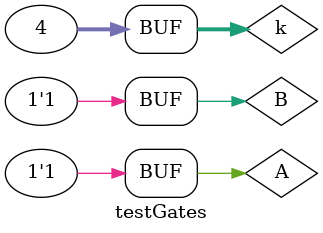
<source format=v>
module testGates();
reg A,B;
wire Y_not,Y_and,Y_or,Y_xor,Y_nand,Y_nor,Y_xnor;
not_gate_df not1(.a(A),.y(Y_not));
and_gate_df and1(.a(A),.b(B),.y(Y_and));
or_gate_df or1(.a(A),.b(B),.y(Y_or));
xor_gate_df xor1(.a(A),.b(B),.y(Y_xor));
nand_gate_df nand1(.a(A),.b(B),.y(Y_nand));
nor_gate_df nor1(.a(A),.b(B),.y(Y_nor));
xnor_gate_df xnor1(.a(A),.b(B),.y(Y_xnor));
integer k;
initial
begin
{A,B} = 2'b0;
for(k=0;k<4;k=k+1)
begin
#5{A,B} = k;
end
end 
initial
begin
$monitor ($time,"  AB = %b%b, AND = %b OR = %b NAND = %b NOR = %b XOR = %b XNOR = %b",A,B,Y_not,Y_and,Y_or,Y_nand,Y_nor,Y_xor,Y_xnor);
end
endmodule

</source>
